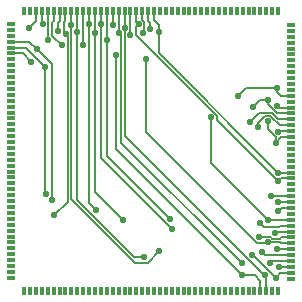
<source format=gbr>
%TF.GenerationSoftware,KiCad,Pcbnew,9.0.4*%
%TF.CreationDate,2025-11-13T11:22:40+01:00*%
%TF.ProjectId,Neptune-32x-315-5818-bypass,4e657074-756e-4652-9d33-32782d333135,rev?*%
%TF.SameCoordinates,Original*%
%TF.FileFunction,Copper,L2,Bot*%
%TF.FilePolarity,Positive*%
%FSLAX46Y46*%
G04 Gerber Fmt 4.6, Leading zero omitted, Abs format (unit mm)*
G04 Created by KiCad (PCBNEW 9.0.4) date 2025-11-13 11:22:40*
%MOMM*%
%LPD*%
G01*
G04 APERTURE LIST*
%TA.AperFunction,SMDPad,CuDef*%
%ADD10R,0.700000X0.300000*%
%TD*%
%TA.AperFunction,SMDPad,CuDef*%
%ADD11R,0.300000X0.700000*%
%TD*%
%TA.AperFunction,ViaPad*%
%ADD12C,0.550000*%
%TD*%
%TA.AperFunction,Conductor*%
%ADD13C,0.127000*%
%TD*%
G04 APERTURE END LIST*
D10*
%TO.P,IC1,1*%
%TO.N,N/C*%
X125294800Y-78200400D03*
%TO.P,IC1,2,CH0*%
%TO.N,unconnected-(IC1A-CH0-Pad2)_1*%
X125294800Y-78700400D03*
%TO.P,IC1,3,CH1*%
%TO.N,unconnected-(IC1A-CH1-Pad3)*%
X125294800Y-79200400D03*
%TO.P,IC1,4,OVA19*%
%TO.N,VA19*%
X125294800Y-79700400D03*
%TO.P,IC1,5,OVA20*%
%TO.N,VA20*%
X125294800Y-80200400D03*
%TO.P,IC1,6,OVA21*%
%TO.N,VA21*%
X125294800Y-80700400D03*
%TO.P,IC1,7,~{CART}*%
%TO.N,unconnected-(IC1A-~{CART}-Pad7)_1*%
X125294800Y-81200400D03*
%TO.P,IC1,8,KILL*%
%TO.N,unconnected-(IC1A-KILL-Pad8)*%
X125294800Y-81700400D03*
%TO.P,IC1,9*%
%TO.N,N/C*%
X125294800Y-82200400D03*
%TO.P,IC1,10*%
X125294800Y-82700400D03*
%TO.P,IC1,11*%
X125294800Y-83200400D03*
%TO.P,IC1,12*%
X125294800Y-83700400D03*
%TO.P,IC1,13*%
X125294800Y-84200400D03*
%TO.P,IC1,14*%
X125294800Y-84700400D03*
%TO.P,IC1,15*%
X125294800Y-85200400D03*
%TO.P,IC1,16*%
X125294800Y-85700400D03*
%TO.P,IC1,17*%
X125294800Y-86200400D03*
%TO.P,IC1,18*%
X125294800Y-86700400D03*
%TO.P,IC1,19*%
X125294800Y-87200400D03*
%TO.P,IC1,20*%
X125294800Y-87700400D03*
%TO.P,IC1,21*%
X125294800Y-88200400D03*
%TO.P,IC1,22*%
X125294800Y-88700400D03*
%TO.P,IC1,23*%
X125294800Y-89200400D03*
%TO.P,IC1,24*%
X125294800Y-89700400D03*
%TO.P,IC1,25*%
X125294800Y-90200400D03*
%TO.P,IC1,26*%
X125294800Y-90700400D03*
%TO.P,IC1,27*%
X125294800Y-91200400D03*
%TO.P,IC1,28*%
X125294800Y-91700400D03*
%TO.P,IC1,29*%
X125294800Y-92200400D03*
%TO.P,IC1,30*%
X125294800Y-92700400D03*
%TO.P,IC1,31*%
X125294800Y-93200400D03*
%TO.P,IC1,32*%
X125294800Y-93700400D03*
%TO.P,IC1,33,CKIO*%
%TO.N,unconnected-(IC1A-CKIO-Pad33)_1*%
X125294800Y-94200400D03*
%TO.P,IC1,34*%
%TO.N,N/C*%
X125294800Y-94700400D03*
%TO.P,IC1,35*%
X125294800Y-95200400D03*
%TO.P,IC1,36*%
X125294800Y-95700400D03*
%TO.P,IC1,37*%
X125294800Y-96200400D03*
%TO.P,IC1,38*%
X125294800Y-96700400D03*
%TO.P,IC1,39*%
X125294800Y-97200400D03*
%TO.P,IC1,40*%
X125294800Y-97700400D03*
%TO.P,IC1,41*%
X125294800Y-98200400D03*
%TO.P,IC1,42*%
X125294800Y-98700400D03*
%TO.P,IC1,43*%
X125294800Y-99200400D03*
%TO.P,IC1,44*%
X125294800Y-99700400D03*
D11*
%TO.P,IC1,45*%
X126378800Y-100784400D03*
%TO.P,IC1,46*%
X126878800Y-100784400D03*
%TO.P,IC1,47*%
X127378800Y-100784400D03*
%TO.P,IC1,48*%
X127878800Y-100784400D03*
%TO.P,IC1,49*%
X128378800Y-100784400D03*
%TO.P,IC1,50*%
X128878800Y-100784400D03*
%TO.P,IC1,51*%
X129378800Y-100784400D03*
%TO.P,IC1,52*%
X129878800Y-100784400D03*
%TO.P,IC1,53*%
X130378800Y-100784400D03*
%TO.P,IC1,54*%
X130878800Y-100784400D03*
%TO.P,IC1,55*%
X131378800Y-100784400D03*
%TO.P,IC1,56*%
X131878800Y-100784400D03*
%TO.P,IC1,57*%
X132378800Y-100784400D03*
%TO.P,IC1,58*%
X132878800Y-100784400D03*
%TO.P,IC1,59*%
X133378800Y-100784400D03*
%TO.P,IC1,60*%
X133878800Y-100784400D03*
%TO.P,IC1,61*%
X134378800Y-100784400D03*
%TO.P,IC1,62*%
X134878800Y-100784400D03*
%TO.P,IC1,63*%
X135378800Y-100784400D03*
%TO.P,IC1,64*%
X135878800Y-100784400D03*
%TO.P,IC1,65*%
X136378800Y-100784400D03*
%TO.P,IC1,66*%
X136878800Y-100784400D03*
%TO.P,IC1,67,VA18*%
%TO.N,unconnected-(IC1A-VA18-Pad67)_1*%
X137378800Y-100784400D03*
%TO.P,IC1,68,VA17*%
%TO.N,unconnected-(IC1A-VA17-Pad68)_1*%
X137878800Y-100784400D03*
%TO.P,IC1,69,VA16*%
%TO.N,unconnected-(IC1A-VA16-Pad69)*%
X138378800Y-100784400D03*
%TO.P,IC1,70,VA15*%
%TO.N,unconnected-(IC1A-VA15-Pad70)_1*%
X138878800Y-100784400D03*
%TO.P,IC1,71,VA14*%
%TO.N,unconnected-(IC1A-VA14-Pad71)*%
X139378800Y-100784400D03*
%TO.P,IC1,72,VA13*%
%TO.N,unconnected-(IC1A-VA13-Pad72)*%
X139878800Y-100784400D03*
%TO.P,IC1,73,VA12*%
%TO.N,unconnected-(IC1A-VA12-Pad73)*%
X140378800Y-100784400D03*
%TO.P,IC1,74,VA11*%
%TO.N,unconnected-(IC1A-VA11-Pad74)_1*%
X140878800Y-100784400D03*
%TO.P,IC1,75,VA10*%
%TO.N,unconnected-(IC1A-VA10-Pad75)_1*%
X141378800Y-100784400D03*
%TO.P,IC1,76,VA9*%
%TO.N,unconnected-(IC1A-VA9-Pad76)*%
X141878800Y-100784400D03*
%TO.P,IC1,77,VA8*%
%TO.N,unconnected-(IC1A-VA8-Pad77)*%
X142378800Y-100784400D03*
%TO.P,IC1,78,VA7*%
%TO.N,unconnected-(IC1A-VA7-Pad78)*%
X142878800Y-100784400D03*
%TO.P,IC1,79,VA6*%
%TO.N,unconnected-(IC1A-VA6-Pad79)_1*%
X143378800Y-100784400D03*
%TO.P,IC1,80,VA5*%
%TO.N,unconnected-(IC1A-VA5-Pad80)*%
X143878800Y-100784400D03*
%TO.P,IC1,81,VA4*%
%TO.N,unconnected-(IC1A-VA4-Pad81)*%
X144378800Y-100784400D03*
%TO.P,IC1,82,VA3*%
%TO.N,unconnected-(IC1A-VA3-Pad82)_1*%
X144878800Y-100784400D03*
%TO.P,IC1,83,VA2*%
%TO.N,unconnected-(IC1A-VA2-Pad83)_1*%
X145378800Y-100784400D03*
%TO.P,IC1,84,VA1*%
%TO.N,unconnected-(IC1A-VA1-Pad84)_1*%
X145878800Y-100784400D03*
%TO.P,IC1,85,VD7*%
%TO.N,VD7*%
X146378800Y-100784400D03*
%TO.P,IC1,86,VD0*%
%TO.N,VD0*%
X146878800Y-100784400D03*
%TO.P,IC1,87*%
%TO.N,N/C*%
X147378800Y-100784400D03*
%TO.P,IC1,88*%
X147878800Y-100784400D03*
D10*
%TO.P,IC1,89*%
X148962800Y-99782400D03*
%TO.P,IC1,90,VD8*%
%TO.N,VD8*%
X148962800Y-99282400D03*
%TO.P,IC1,91,VD6*%
%TO.N,VD6*%
X148962800Y-98782400D03*
%TO.P,IC1,92,VD1*%
%TO.N,VD1*%
X148962800Y-98282400D03*
%TO.P,IC1,93,VD9*%
%TO.N,VD9*%
X148962800Y-97782400D03*
%TO.P,IC1,94,VD5*%
%TO.N,VD5*%
X148962800Y-97282400D03*
%TO.P,IC1,95,VD2*%
%TO.N,VD2*%
X148962800Y-96782400D03*
%TO.P,IC1,96,VD10*%
%TO.N,VD10*%
X148962800Y-96282400D03*
%TO.P,IC1,97,VD4*%
%TO.N,VD4*%
X148962800Y-95782400D03*
%TO.P,IC1,98,VD3*%
%TO.N,VD3*%
X148962800Y-95282400D03*
%TO.P,IC1,99,VD11*%
%TO.N,VD11*%
X148962800Y-94782400D03*
%TO.P,IC1,100,~{MRES}*%
%TO.N,unconnected-(IC1A-~{MRES}-Pad100)*%
X148962800Y-94282400D03*
%TO.P,IC1,101,VA19*%
%TO.N,VA19*%
X148962800Y-93782400D03*
%TO.P,IC1,102,VA20*%
%TO.N,VA20*%
X148962800Y-93282400D03*
%TO.P,IC1,103,VA21*%
%TO.N,VA21*%
X148962800Y-92782400D03*
%TO.P,IC1,104,VA22*%
%TO.N,unconnected-(IC1A-VA22-Pad104)_1*%
X148962800Y-92282400D03*
%TO.P,IC1,105,VA23*%
%TO.N,unconnected-(IC1A-VA23-Pad105)_1*%
X148962800Y-91782400D03*
%TO.P,IC1,106,~{CAS0}*%
%TO.N,~{CCAS0}*%
X148962800Y-91282400D03*
%TO.P,IC1,107,~{CE0}*%
%TO.N,~{CCE0}*%
X148962800Y-90782400D03*
%TO.P,IC1,108,~{AS}*%
%TO.N,unconnected-(IC1A-~{AS}-Pad108)*%
X148962800Y-90282400D03*
%TO.P,IC1,109,~{DTAK}*%
%TO.N,unconnected-(IC1A-~{DTAK}-Pad109)*%
X148962800Y-89782400D03*
%TO.P,IC1,110*%
%TO.N,N/C*%
X148962800Y-89282400D03*
%TO.P,IC1,111*%
X148962800Y-88782400D03*
%TO.P,IC1,112,VCLK*%
%TO.N,unconnected-(IC1A-VCLK-Pad112)_1*%
X148962800Y-88282400D03*
%TO.P,IC1,113,~{CAS2}*%
%TO.N,~{CCAS2}*%
X148962800Y-87782400D03*
%TO.P,IC1,114,VD15*%
%TO.N,VD15*%
X148962800Y-87282400D03*
%TO.P,IC1,115,VD14*%
%TO.N,VD14*%
X148962800Y-86782400D03*
%TO.P,IC1,116,VD13*%
%TO.N,VD13*%
X148962800Y-86282400D03*
%TO.P,IC1,117,VD12*%
%TO.N,VD12*%
X148962800Y-85782400D03*
%TO.P,IC1,118,~{ASEL}*%
%TO.N,~{CASEL}*%
X148962800Y-85282400D03*
%TO.P,IC1,119,~{VRES}*%
%TO.N,unconnected-(IC1A-~{VRES}-Pad119)_1*%
X148962800Y-84782400D03*
%TO.P,IC1,120,~{LWR}*%
%TO.N,~{CLWR}*%
X148962800Y-84282400D03*
%TO.P,IC1,121,~{UWR}*%
%TO.N,unconnected-(IC1A-~{UWR}-Pad121)*%
X148962800Y-83782400D03*
%TO.P,IC1,122*%
%TO.N,N/C*%
X148962800Y-83282400D03*
%TO.P,IC1,123*%
X148962800Y-82782400D03*
%TO.P,IC1,124*%
X148962800Y-82282400D03*
%TO.P,IC1,125*%
X148962800Y-81782400D03*
%TO.P,IC1,126*%
X148962800Y-81282400D03*
%TO.P,IC1,127*%
X148962800Y-80782400D03*
%TO.P,IC1,128,~{OUWE}*%
%TO.N,unconnected-(IC1A-~{OUWE}-Pad128)_1*%
X148962800Y-80282400D03*
%TO.P,IC1,129,AVDD*%
%TO.N,unconnected-(IC1A-AVDD-Pad129)*%
X148962800Y-79782400D03*
%TO.P,IC1,130,AGND*%
%TO.N,unconnected-(IC1A-AGND-Pad130)_1*%
X148962800Y-79282400D03*
%TO.P,IC1,131*%
%TO.N,N/C*%
X148962800Y-78782400D03*
%TO.P,IC1,132*%
X148962800Y-78282400D03*
D11*
%TO.P,IC1,133*%
X147878800Y-77116400D03*
%TO.P,IC1,134*%
X147378800Y-77116400D03*
%TO.P,IC1,135*%
X146878800Y-77116400D03*
%TO.P,IC1,136*%
X146378800Y-77116400D03*
%TO.P,IC1,137*%
X145878800Y-77116400D03*
%TO.P,IC1,138*%
X145378800Y-77116400D03*
%TO.P,IC1,139*%
X144878800Y-77116400D03*
%TO.P,IC1,140*%
X144378800Y-77116400D03*
%TO.P,IC1,141*%
X143878800Y-77116400D03*
%TO.P,IC1,142*%
X143378800Y-77116400D03*
%TO.P,IC1,143*%
X142878800Y-77116400D03*
%TO.P,IC1,144*%
X142378800Y-77116400D03*
%TO.P,IC1,145*%
X141878800Y-77116400D03*
%TO.P,IC1,146*%
X141378800Y-77116400D03*
%TO.P,IC1,147*%
X140878800Y-77116400D03*
%TO.P,IC1,148*%
X140378800Y-77116400D03*
%TO.P,IC1,149*%
X139878800Y-77116400D03*
%TO.P,IC1,150*%
X139378800Y-77116400D03*
%TO.P,IC1,151,~{SEL}*%
%TO.N,unconnected-(IC1A-~{SEL}-Pad151)_1*%
X138878800Y-77116400D03*
%TO.P,IC1,152,CHPLL*%
%TO.N,unconnected-(IC1A-CHPLL-Pad152)*%
X138378800Y-77116400D03*
%TO.P,IC1,153,BUNRI*%
%TO.N,unconnected-(IC1A-BUNRI-Pad153)*%
X137878800Y-77116400D03*
%TO.P,IC1,154,~{OCE0}*%
%TO.N,~{CCE0}*%
X137378800Y-77116400D03*
%TO.P,IC1,155,~{OASEL}*%
%TO.N,~{CASEL}*%
X136878800Y-77116400D03*
%TO.P,IC1,156,~{OCAS2}*%
%TO.N,~{CCAS2}*%
X136378800Y-77116400D03*
%TO.P,IC1,157,~{OCAS0}*%
%TO.N,~{CCAS0}*%
X135878800Y-77116400D03*
%TO.P,IC1,158,~{OLWE}*%
%TO.N,~{CLWR}*%
X135378800Y-77116400D03*
%TO.P,IC1,159,RD0*%
%TO.N,VD0*%
X134878800Y-77116400D03*
%TO.P,IC1,160,RD1*%
%TO.N,VD1*%
X134378800Y-77116400D03*
%TO.P,IC1,161,RD2*%
%TO.N,VD2*%
X133878800Y-77116400D03*
%TO.P,IC1,162,RD3*%
%TO.N,VD3*%
X133378800Y-77116400D03*
%TO.P,IC1,163,RD4*%
%TO.N,VD4*%
X132878800Y-77116400D03*
%TO.P,IC1,164,RD5*%
%TO.N,VD5*%
X132378800Y-77116400D03*
%TO.P,IC1,165,RD6*%
%TO.N,VD6*%
X131878800Y-77116400D03*
%TO.P,IC1,166,RD7*%
%TO.N,VD7*%
X131378800Y-77116400D03*
%TO.P,IC1,167,RD8*%
%TO.N,VD8*%
X130878800Y-77116400D03*
%TO.P,IC1,168,RD9*%
%TO.N,VD9*%
X130378800Y-77116400D03*
%TO.P,IC1,169,RD10*%
%TO.N,VD10*%
X129878800Y-77116400D03*
%TO.P,IC1,170,RD11*%
%TO.N,VD11*%
X129378800Y-77116400D03*
%TO.P,IC1,171,RD12*%
%TO.N,VD12*%
X128878800Y-77116400D03*
%TO.P,IC1,172,RD13*%
%TO.N,VD13*%
X128378800Y-77116400D03*
%TO.P,IC1,173,RD14*%
%TO.N,VD14*%
X127878800Y-77116400D03*
%TO.P,IC1,174,RD15*%
%TO.N,VD15*%
X127378800Y-77116400D03*
%TO.P,IC1,175*%
%TO.N,N/C*%
X126878800Y-77116400D03*
%TO.P,IC1,176*%
X126378800Y-77116400D03*
%TD*%
D12*
%TO.N,VA19*%
X147914100Y-94041000D03*
X127460900Y-80340100D03*
X128752400Y-93133000D03*
%TO.N,VA20*%
X128200000Y-92635300D03*
X147873900Y-93282400D03*
X128180000Y-81830000D03*
%TO.N,VA21*%
X147310700Y-92782400D03*
X127000000Y-81460000D03*
%TO.N,VD7*%
X144843500Y-99459600D03*
X134133900Y-80834700D03*
X131378800Y-80002200D03*
%TO.N,VD0*%
X146742900Y-99461500D03*
X134913400Y-78560500D03*
%TO.N,VD8*%
X130878800Y-78846500D03*
X147666000Y-99682400D03*
X145682100Y-97803400D03*
X136554800Y-97916000D03*
%TO.N,VD6*%
X131878800Y-78243400D03*
X147916000Y-98782400D03*
X132439800Y-93960200D03*
%TO.N,VD1*%
X134391500Y-78988900D03*
X144783100Y-98439000D03*
X147199100Y-98419500D03*
%TO.N,VD9*%
X130387500Y-78308200D03*
X146515500Y-97542100D03*
X137831500Y-97413300D03*
%TO.N,VD5*%
X147761400Y-97282400D03*
X134724100Y-94812300D03*
X132378800Y-78953800D03*
%TO.N,VD2*%
X147058300Y-96678400D03*
X136719800Y-81164400D03*
X133878800Y-78254500D03*
%TO.N,VD10*%
X129919900Y-79031400D03*
X146295600Y-96242500D03*
X128934400Y-94413000D03*
%TO.N,VD4*%
X132860700Y-78177200D03*
X138858400Y-95532400D03*
X147591000Y-95909100D03*
%TO.N,VD3*%
X133423600Y-79527400D03*
X138756600Y-94733400D03*
X146329400Y-95053300D03*
%TO.N,VD11*%
X146997900Y-94784700D03*
X129239200Y-78776700D03*
X142224000Y-86119900D03*
%TO.N,~{CCAS0}*%
X147905200Y-91504800D03*
X136099600Y-78219400D03*
%TO.N,~{CCE0}*%
X137757500Y-78870400D03*
X147902700Y-90782400D03*
%TO.N,~{CCAS2}*%
X147001100Y-86453100D03*
X136456300Y-78978800D03*
X147660900Y-88254500D03*
%TO.N,VD15*%
X126756700Y-78577800D03*
X147893400Y-87313100D03*
%TO.N,VD14*%
X127942000Y-78171300D03*
X146177200Y-86932500D03*
%TO.N,VD13*%
X128378800Y-79594100D03*
X145509200Y-86505300D03*
%TO.N,VD12*%
X145740000Y-85194900D03*
X129586000Y-80006300D03*
X147037000Y-84612900D03*
%TO.N,~{CASEL}*%
X147803600Y-85114100D03*
X137033000Y-78588000D03*
%TO.N,~{CLWR}*%
X135378800Y-79161100D03*
X147796900Y-83647700D03*
X144465400Y-84345200D03*
%TD*%
D13*
%TO.N,VD3*%
X148812800Y-95282400D02*
X148127600Y-95282400D01*
X147982200Y-95427800D02*
X146703900Y-95427800D01*
X148127600Y-95282400D02*
X147982200Y-95427800D01*
X146703900Y-95427800D02*
X146329400Y-95053300D01*
%TO.N,VD11*%
X142224000Y-90010800D02*
X142224000Y-86119900D01*
X147330600Y-94782400D02*
X148812800Y-94782400D01*
X146997900Y-94784700D02*
X147328300Y-94784700D01*
X147328300Y-94784700D02*
X147330600Y-94782400D01*
X146997900Y-94784700D02*
X142224000Y-90010800D01*
%TO.N,VD12*%
X148812800Y-85782400D02*
X147809200Y-85782400D01*
X147809200Y-85782400D02*
X147037000Y-85010200D01*
X147037000Y-85010200D02*
X147037000Y-84612900D01*
X147037000Y-84612900D02*
X146322000Y-84612900D01*
X146322000Y-84612900D02*
X145740000Y-85194900D01*
%TO.N,~{CASEL}*%
X137033000Y-78588000D02*
X137033000Y-78130400D01*
X137033000Y-78130400D02*
X136878800Y-77976200D01*
X136878800Y-77976200D02*
X136878800Y-77266400D01*
%TO.N,~{CCE0}*%
X137757500Y-78870400D02*
X137757500Y-78270700D01*
X137757500Y-78270700D02*
X137378800Y-77892000D01*
X137378800Y-77892000D02*
X137378800Y-77266400D01*
%TO.N,VD3*%
X133423600Y-79527400D02*
X133423600Y-78959300D01*
X133378800Y-78914500D02*
X133378800Y-77266400D01*
X133423600Y-79527400D02*
X133423600Y-89400400D01*
X133423600Y-78959300D02*
X133378800Y-78914500D01*
X133423600Y-89400400D02*
X138756600Y-94733400D01*
%TO.N,VD0*%
X134878800Y-77266400D02*
X134878800Y-77951600D01*
X134878800Y-77951600D02*
X134913400Y-77986200D01*
X134913400Y-77986200D02*
X134913400Y-78560500D01*
%TO.N,VD9*%
X130378800Y-78299500D02*
X130378800Y-77266400D01*
X130387500Y-78308200D02*
X130387500Y-93034100D01*
X136844400Y-98400400D02*
X137831500Y-97413300D01*
X130387500Y-93034100D02*
X135753800Y-98400400D01*
X135753800Y-98400400D02*
X136844400Y-98400400D01*
%TO.N,VD11*%
X129378800Y-77266400D02*
X129378800Y-77961400D01*
X129239200Y-78101000D02*
X129239200Y-78776700D01*
X129378800Y-77961400D02*
X129239200Y-78101000D01*
%TO.N,VD12*%
X129586000Y-80006300D02*
X128778000Y-79198300D01*
X128778000Y-79198300D02*
X128778000Y-78054200D01*
X128778000Y-78054200D02*
X128878800Y-77953400D01*
X128878800Y-77953400D02*
X128878800Y-77266400D01*
%TO.N,~{CCAS0}*%
X135878800Y-77266400D02*
X135878800Y-77998600D01*
X135878800Y-77998600D02*
X136099600Y-78219400D01*
X147905200Y-91504800D02*
X142744000Y-86343600D01*
X142744000Y-85973600D02*
X135878800Y-79108400D01*
X142744000Y-86343600D02*
X142744000Y-85973600D01*
X135878800Y-79108400D02*
X135878800Y-78440200D01*
X135878800Y-78440200D02*
X136099600Y-78219400D01*
%TO.N,VD7*%
X146378800Y-100634400D02*
X146378800Y-99947600D01*
X145890800Y-99459600D02*
X144843500Y-99459600D01*
X146378800Y-99947600D02*
X145890800Y-99459600D01*
%TO.N,VA19*%
X148812800Y-93782400D02*
X148172700Y-93782400D01*
X148172700Y-93782400D02*
X147914100Y-94041000D01*
%TO.N,~{CCAS2}*%
X147660900Y-88254500D02*
X148133000Y-87782400D01*
X148133000Y-87782400D02*
X148812800Y-87782400D01*
%TO.N,~{CLWR}*%
X148812800Y-84282400D02*
X148122500Y-84282400D01*
X148122500Y-84282400D02*
X147796900Y-83956800D01*
X147796900Y-83956800D02*
X147796900Y-83647700D01*
%TO.N,VA19*%
X126821200Y-79700400D02*
X126130000Y-79700400D01*
X125444800Y-79700400D02*
X126130000Y-79700400D01*
X127460900Y-80340100D02*
X128752400Y-81631600D01*
X128752400Y-81631600D02*
X128752400Y-93133000D01*
X127460900Y-80340100D02*
X126821200Y-79700400D01*
%TO.N,VA20*%
X128180000Y-81830000D02*
X128180000Y-92615300D01*
X128180000Y-92615300D02*
X128200000Y-92635300D01*
X126550400Y-80200400D02*
X128180000Y-81830000D01*
X125444800Y-80200400D02*
X126550400Y-80200400D01*
X148812800Y-93282400D02*
X147873900Y-93282400D01*
%TO.N,VA21*%
X148812800Y-92782400D02*
X147310700Y-92782400D01*
X126240400Y-80700400D02*
X127000000Y-81460000D01*
X125444800Y-80700400D02*
X126240400Y-80700400D01*
%TO.N,VD7*%
X131378800Y-77266400D02*
X131378800Y-80002200D01*
X134133900Y-80834700D02*
X134133900Y-88750000D01*
X134133900Y-88750000D02*
X144843500Y-99459600D01*
%TO.N,VD0*%
X146687800Y-99461500D02*
X134913400Y-87687100D01*
X146878800Y-100634400D02*
X146878800Y-99597400D01*
X146742900Y-99461500D02*
X146687800Y-99461500D01*
X146878800Y-99597400D02*
X146742900Y-99461500D01*
X134913400Y-87687100D02*
X134913400Y-78560500D01*
%TO.N,VD8*%
X147666000Y-99682400D02*
X148066000Y-99282400D01*
X130878800Y-77266400D02*
X130878800Y-78846500D01*
X145787000Y-97803400D02*
X147666000Y-99682400D01*
X145682100Y-97803400D02*
X145787000Y-97803400D01*
X148066000Y-99282400D02*
X148812800Y-99282400D01*
X130878800Y-93076000D02*
X130878800Y-78846500D01*
X135718800Y-97916000D02*
X130878800Y-93076000D01*
X136554800Y-97916000D02*
X135718800Y-97916000D01*
%TO.N,VD6*%
X131878800Y-93399200D02*
X131878800Y-78243400D01*
X132439800Y-93960200D02*
X131878800Y-93399200D01*
X147916000Y-98782400D02*
X148812800Y-98782400D01*
X131878800Y-78243400D02*
X131878800Y-77266400D01*
%TO.N,VD1*%
X134378800Y-78976200D02*
X134391500Y-78988900D01*
X147336200Y-98282400D02*
X148127600Y-98282400D01*
X148812800Y-98282400D02*
X148127600Y-98282400D01*
X147199100Y-98419500D02*
X147336200Y-98282400D01*
X134594900Y-88250800D02*
X134594900Y-79192300D01*
X134594900Y-79192300D02*
X134391500Y-78988900D01*
X134378800Y-77266400D02*
X134378800Y-78976200D01*
X144783100Y-98439000D02*
X134594900Y-88250800D01*
%TO.N,VD9*%
X146755800Y-97782400D02*
X146515500Y-97542100D01*
X148812800Y-97782400D02*
X146755800Y-97782400D01*
%TO.N,VD5*%
X148812800Y-97282400D02*
X148127600Y-97282400D01*
X132378800Y-77266400D02*
X132378800Y-78953800D01*
X132378800Y-78953800D02*
X132378800Y-92467000D01*
X148127600Y-97282400D02*
X147761400Y-97282400D01*
X132378800Y-92467000D02*
X134724100Y-94812300D01*
%TO.N,VD2*%
X133878800Y-77266400D02*
X133878800Y-78254500D01*
X146125100Y-96728400D02*
X136719800Y-87323100D01*
X147008300Y-96728400D02*
X146125100Y-96728400D01*
X148127600Y-96782400D02*
X148023600Y-96678400D01*
X147058300Y-96678400D02*
X147008300Y-96728400D01*
X136719800Y-87323100D02*
X136719800Y-81164400D01*
X148023600Y-96678400D02*
X147058300Y-96678400D01*
X148812800Y-96782400D02*
X148127600Y-96782400D01*
%TO.N,VD10*%
X129795600Y-78907100D02*
X129795600Y-78034800D01*
X129795600Y-78034800D02*
X129878800Y-77951600D01*
X148039300Y-96370700D02*
X147401500Y-96370700D01*
X147249000Y-96218200D02*
X146321500Y-96218200D01*
X148127600Y-96282400D02*
X148039300Y-96370700D01*
X130052300Y-79163800D02*
X130052300Y-93295100D01*
X148812800Y-96282400D02*
X148127600Y-96282400D01*
X129919900Y-79031400D02*
X130052300Y-79163800D01*
X129878800Y-77266400D02*
X129878800Y-77951600D01*
X146295600Y-96244100D02*
X146295600Y-96242500D01*
X129919900Y-79031400D02*
X129795600Y-78907100D01*
X146321500Y-96218200D02*
X146295600Y-96244100D01*
X130052300Y-93295100D02*
X128934400Y-94413000D01*
X147401500Y-96370700D02*
X147249000Y-96218200D01*
%TO.N,VD4*%
X132878800Y-77951600D02*
X132860700Y-77969700D01*
X132860700Y-89534700D02*
X132860700Y-78177200D01*
X147717700Y-95782400D02*
X148812800Y-95782400D01*
X132878800Y-77266400D02*
X132878800Y-77951600D01*
X147591000Y-95909100D02*
X147717700Y-95782400D01*
X138858400Y-95532400D02*
X132860700Y-89534700D01*
X132860700Y-77969700D02*
X132860700Y-78177200D01*
%TO.N,~{CCAS0}*%
X148127600Y-91282400D02*
X147905200Y-91504800D01*
X148812800Y-91282400D02*
X148127600Y-91282400D01*
%TO.N,~{CCE0}*%
X147902700Y-90780400D02*
X137757500Y-80635200D01*
X147902700Y-90782400D02*
X147902700Y-90780400D01*
X147902700Y-90782400D02*
X148812800Y-90782400D01*
X137757500Y-80635200D02*
X137757500Y-78870400D01*
%TO.N,~{CCAS2}*%
X147001100Y-87122600D02*
X147660900Y-87782400D01*
X136559800Y-78028700D02*
X136378800Y-77847700D01*
X147001100Y-86453100D02*
X147001100Y-87122600D01*
X136456300Y-78978800D02*
X136559800Y-78875300D01*
X136378800Y-77847700D02*
X136378800Y-77266400D01*
X147660900Y-88254500D02*
X147660900Y-87782400D01*
X136559800Y-78875300D02*
X136559800Y-78028700D01*
%TO.N,VD15*%
X126756700Y-78577800D02*
X127378800Y-77955700D01*
X148812800Y-87282400D02*
X147924100Y-87282400D01*
X147924100Y-87282400D02*
X147893400Y-87313100D01*
X127378800Y-77955700D02*
X127378800Y-77266400D01*
%TO.N,VD14*%
X148812800Y-86782400D02*
X148127600Y-86782400D01*
X147220300Y-85992300D02*
X148010400Y-86782400D01*
X146177200Y-86618200D02*
X146803100Y-85992300D01*
X146177200Y-86932500D02*
X146177200Y-86618200D01*
X148010400Y-86782400D02*
X148127600Y-86782400D01*
X127942000Y-78171300D02*
X127878800Y-78108100D01*
X127878800Y-78108100D02*
X127878800Y-77266400D01*
X146803100Y-85992300D02*
X147220300Y-85992300D01*
%TO.N,VD13*%
X128402200Y-79570700D02*
X128402200Y-77975000D01*
X128378800Y-77266400D02*
X128378800Y-77951600D01*
X147323600Y-85721800D02*
X146292700Y-85721800D01*
X146292700Y-85721800D02*
X145509200Y-86505300D01*
X128402200Y-77975000D02*
X128378800Y-77951600D01*
X147884200Y-86282400D02*
X147323600Y-85721800D01*
X128378800Y-79594100D02*
X128402200Y-79570700D01*
X148812800Y-86282400D02*
X147884200Y-86282400D01*
%TO.N,~{CASEL}*%
X147803600Y-85114100D02*
X147971900Y-85282400D01*
X147971900Y-85282400D02*
X148812800Y-85282400D01*
%TO.N,~{CLWR}*%
X135378800Y-79161100D02*
X135378800Y-77266400D01*
X147796900Y-83647700D02*
X145162900Y-83647700D01*
X145162900Y-83647700D02*
X144465400Y-84345200D01*
%TD*%
M02*

</source>
